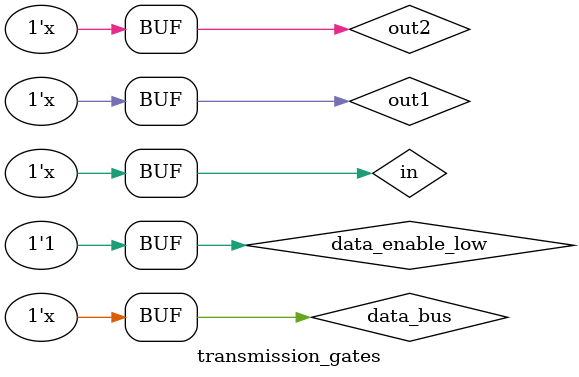
<source format=v>
`timescale 1ns/1ns
module transmission_gates();  

reg data_enable_low, in;
wire data_bus, out1, out2;

bufif0 U1(data_bus,in, data_enable_low);
buf  U2(out1,in);
not U3(out2,in);

initial begin
  //$monitor(
   // "@%g in=%b data_enable_low=%b out1=%b out2= b data_bus=%b", 
    //$time, in, data_enable_low, out1, out2, data_bus);
  data_enable_low = 0;
  in = 0;
  #4 data_enable_low = 1;
  //#8 $finish;
end

always #2 in = ~in;

endmodule

</source>
